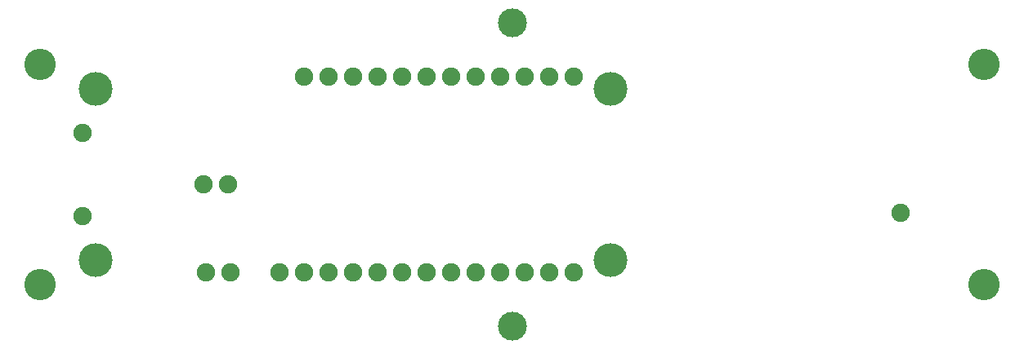
<source format=gbs>
G04 EAGLE Gerber RS-274X export*
G75*
%MOMM*%
%FSLAX34Y34*%
%LPD*%
%INSoldermask Bottom*%
%IPPOS*%
%AMOC8*
5,1,8,0,0,1.08239X$1,22.5*%
G01*
%ADD10C,1.903222*%
%ADD11C,3.505200*%
%ADD12C,3.251200*%
%ADD13C,2.997200*%


D10*
X162560Y104140D03*
X137160Y104140D03*
X859790Y74930D03*
X520700Y12700D03*
X495300Y12700D03*
X469900Y12700D03*
X444500Y12700D03*
X419100Y12700D03*
X393700Y12700D03*
X368300Y12700D03*
X342900Y12700D03*
X317500Y12700D03*
X292100Y12700D03*
X266700Y12700D03*
X241300Y12700D03*
X215900Y12700D03*
X165100Y12700D03*
X139700Y12700D03*
X520700Y215900D03*
X495300Y215900D03*
X469900Y215900D03*
X444500Y215900D03*
X419100Y215900D03*
X393700Y215900D03*
X368300Y215900D03*
X342900Y215900D03*
X317500Y215900D03*
X292100Y215900D03*
X266700Y215900D03*
X241300Y215900D03*
X12550Y157480D03*
X12550Y71120D03*
D11*
X25400Y203200D03*
X558800Y203200D03*
X558800Y25400D03*
X25400Y25400D03*
D12*
X-31750Y0D03*
X-31750Y228600D03*
X946150Y0D03*
X946150Y228600D03*
D13*
X457200Y-43180D03*
X457200Y271780D03*
M02*

</source>
